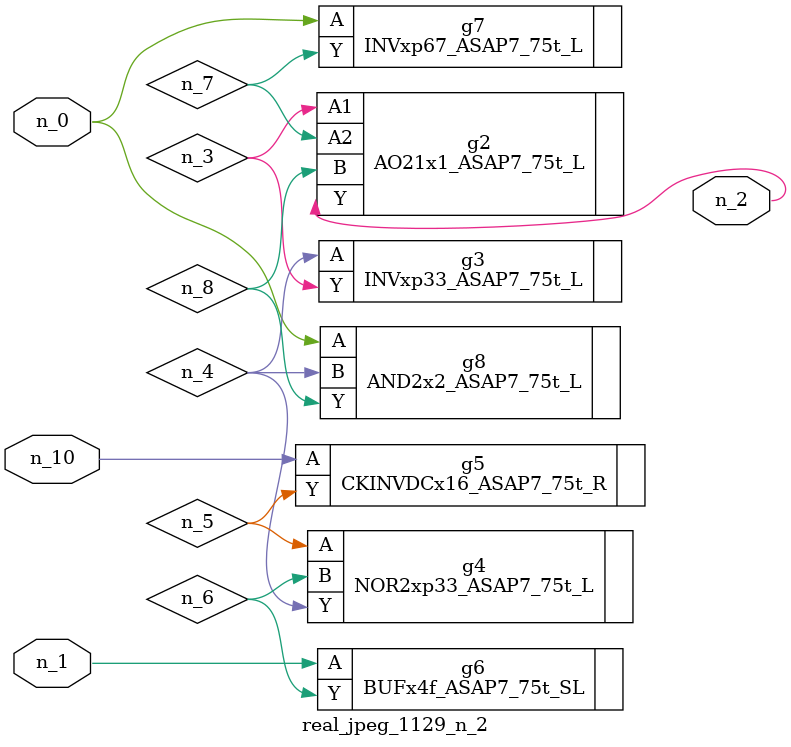
<source format=v>
module real_jpeg_1129_n_2 (n_1, n_10, n_0, n_2);

input n_1;
input n_10;
input n_0;

output n_2;

wire n_5;
wire n_4;
wire n_8;
wire n_6;
wire n_7;
wire n_3;

INVxp67_ASAP7_75t_L g7 ( 
.A(n_0),
.Y(n_7)
);

AND2x2_ASAP7_75t_L g8 ( 
.A(n_0),
.B(n_4),
.Y(n_8)
);

BUFx4f_ASAP7_75t_SL g6 ( 
.A(n_1),
.Y(n_6)
);

AO21x1_ASAP7_75t_L g2 ( 
.A1(n_3),
.A2(n_7),
.B(n_8),
.Y(n_2)
);

INVxp33_ASAP7_75t_L g3 ( 
.A(n_4),
.Y(n_3)
);

NOR2xp33_ASAP7_75t_L g4 ( 
.A(n_5),
.B(n_6),
.Y(n_4)
);

CKINVDCx16_ASAP7_75t_R g5 ( 
.A(n_10),
.Y(n_5)
);


endmodule
</source>
